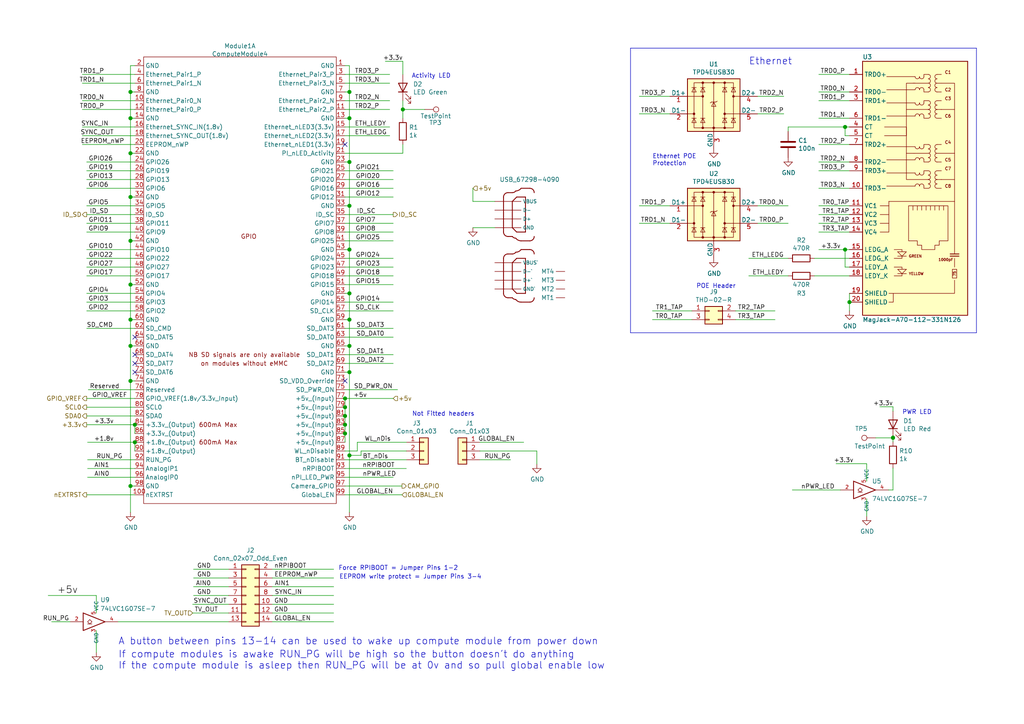
<source format=kicad_sch>
(kicad_sch (version 20211123) (generator eeschema)
  (paper "A4")
  (title_block (title "Compute Module 4 IO Board - GPIO - Ethernet") (rev "1") (company "© 2020-2022 Raspberry Pi Ltd (formerly Raspberry Pi (Trading) Ltd.)") (comment 1 "www.raspberrypi.com"))
  (junction (at 37.846 92.71) (diameter 1.016))
  (junction (at 101.346 132.08) (diameter 1.016))
  (junction (at 101.346 59.69) (diameter 1.016))
  (junction (at 101.346 46.99) (diameter 1.016))
  (junction (at 101.346 72.39) (diameter 1.016))
  (junction (at 246.38 87.63) (diameter 1.016))
  (junction (at 101.346 26.67) (diameter 1.016))
  (junction (at 245.11 36.83) (diameter 1.016))
  (junction (at 100.076 125.73) (diameter 1.016))
  (junction (at 101.346 85.09) (diameter 1.016))
  (junction (at 37.846 69.85) (diameter 1.016))
  (junction (at 37.846 26.67) (diameter 1.016))
  (junction (at 100.076 120.65) (diameter 1.016))
  (junction (at 245.11 72.39) (diameter 1.016))
  (junction (at 37.846 100.33) (diameter 1.016))
  (junction (at 37.846 44.45) (diameter 1.016))
  (junction (at 39.116 123.19) (diameter 1.016))
  (junction (at 116.84 31.75) (diameter 1.016))
  (junction (at 101.346 107.95) (diameter 1.016))
  (junction (at 101.346 34.29) (diameter 1.016))
  (junction (at 259.0038 127) (diameter 1.016))
  (junction (at 259.0038 126.873))
  (junction (at 101.346 92.71) (diameter 1.016))
  (junction (at 100.076 115.57) (diameter 1.016))
  (junction (at 100.076 123.19) (diameter 1.016))
  (junction (at 101.346 100.33) (diameter 1.016))
  (junction (at 37.846 82.55) (diameter 1.016))
  (junction (at 39.116 128.27) (diameter 1.016))
  (junction (at 37.846 110.49) (diameter 1.016))
  (junction (at 37.846 34.29) (diameter 1.016))
  (junction (at 37.846 57.15) (diameter 1.016))
  (junction (at 37.846 140.97) (diameter 1.016))
  (junction (at 100.076 118.11) (diameter 1.016))
  (no_connect (at 100.076 110.49))
  (no_connect (at 39.116 97.79))
  (no_connect (at 100.076 41.91))
  (no_connect (at 39.116 107.95))
  (no_connect (at 39.116 105.41))
  (no_connect (at 39.116 102.87))
  (wire (pts (xy 25.146 118.11) (xy 39.116 118.11)))
  (wire (pts (xy 23.876 36.83) (xy 39.116 36.83)))
  (wire (pts (xy 37.846 57.15) (xy 39.116 57.15)))
  (wire (pts (xy 78.994 175.26) (xy 96.774 175.26)))
  (wire (pts (xy 100.076 44.45) (xy 116.84 44.45)))
  (wire (pts (xy 237.49 21.59) (xy 246.38 21.59)))
  (wire (pts (xy 78.994 170.18) (xy 96.774 170.18)))
  (wire (pts (xy 56.134 167.64) (xy 66.294 167.64)))
  (wire (pts (xy 101.346 132.08) (xy 101.346 148.59)))
  (wire (pts (xy 100.076 21.59) (xy 113.03 21.59)))
  (wire (pts (xy 237.49 34.29) (xy 246.38 34.29)))
  (wire (pts (xy 245.11 72.39) (xy 246.38 72.39)))
  (wire (pts (xy 101.346 46.99) (xy 101.346 59.69)))
  (wire (pts (xy 37.846 44.45) (xy 37.846 57.15)))
  (polyline (pts (xy 283.21 13.97) (xy 283.21 96.52)) (stroke (width 0) (type solid)))
  (wire (pts (xy 100.076 85.09) (xy 101.346 85.09)))
  (wire (pts (xy 56.134 170.18) (xy 66.294 170.18)))
  (wire (pts (xy 25.146 90.17) (xy 39.116 90.17)))
  (wire (pts (xy 251.3838 134.493) (xy 242.4938 134.493)))
  (wire (pts (xy 27.94 172.72) (xy 27.94 177.8)))
  (wire (pts (xy 25.4 138.43) (xy 39.116 138.43)))
  (wire (pts (xy 100.076 80.01) (xy 114.046 80.01)))
  (wire (pts (xy 228.6 38.1) (xy 228.6 36.83)))
  (wire (pts (xy 103.632 128.27) (xy 117.856 128.27)))
  (wire (pts (xy 100.076 34.29) (xy 101.346 34.29)))
  (wire (pts (xy 139.192 133.35) (xy 148.082 133.35)))
  (wire (pts (xy 25.146 115.57) (xy 39.116 115.57)))
  (wire (pts (xy 100.076 52.07) (xy 114.046 52.07)))
  (wire (pts (xy 101.346 85.09) (xy 101.346 92.71)))
  (wire (pts (xy 37.846 19.05) (xy 37.846 26.67)))
  (wire (pts (xy 100.076 36.83) (xy 113.03 36.83)))
  (wire (pts (xy 25.146 59.69) (xy 39.116 59.69)))
  (wire (pts (xy 100.076 87.63) (xy 114.046 87.63)))
  (wire (pts (xy 56.134 172.72) (xy 66.294 172.72)))
  (wire (pts (xy 100.076 133.35) (xy 117.856 133.35)))
  (wire (pts (xy 78.994 172.72) (xy 96.774 172.72)))
  (wire (pts (xy 37.846 69.85) (xy 39.116 69.85)))
  (wire (pts (xy 100.076 19.05) (xy 101.346 19.05)))
  (wire (pts (xy 25.4 133.35) (xy 39.116 133.35)))
  (wire (pts (xy 100.076 67.31) (xy 114.046 67.31)))
  (wire (pts (xy 100.076 107.95) (xy 101.346 107.95)))
  (wire (pts (xy 236.22 74.93) (xy 246.38 74.93)))
  (wire (pts (xy 23.876 39.37) (xy 39.116 39.37)))
  (wire (pts (xy 237.49 59.69) (xy 246.38 59.69)))
  (wire (pts (xy 100.076 140.97) (xy 116.586 140.97)))
  (wire (pts (xy 100.076 46.99) (xy 101.346 46.99)))
  (wire (pts (xy 100.076 138.43) (xy 114.046 138.43)))
  (wire (pts (xy 101.346 132.08) (xy 104.7242 132.08)))
  (wire (pts (xy 100.076 26.67) (xy 101.346 26.67)))
  (wire (pts (xy 236.22 80.01) (xy 246.38 80.01)))
  (wire (pts (xy 100.076 24.13) (xy 113.03 24.13)))
  (wire (pts (xy 39.116 19.05) (xy 37.846 19.05)))
  (wire (pts (xy 259.0038 117.983) (xy 255.1938 117.983)))
  (wire (pts (xy 25.4 128.27) (xy 39.116 128.27)))
  (wire (pts (xy 100.076 120.65) (xy 100.076 123.19)))
  (wire (pts (xy 34.29 180.34) (xy 66.294 180.34)))
  (wire (pts (xy 100.076 82.55) (xy 114.046 82.55)))
  (wire (pts (xy 39.116 128.27) (xy 39.37 128.27)))
  (wire (pts (xy 39.116 140.97) (xy 37.846 140.97)))
  (wire (pts (xy 25.146 46.99) (xy 39.116 46.99)))
  (wire (pts (xy 25.146 120.65) (xy 39.116 120.65)))
  (wire (pts (xy 213.36 90.17) (xy 224.79 90.17)))
  (wire (pts (xy 13.97 172.72) (xy 27.94 172.72)))
  (wire (pts (xy 194.31 64.77) (xy 185.42 64.77)))
  (wire (pts (xy 213.36 92.71) (xy 224.79 92.71)))
  (wire (pts (xy 100.076 115.57) (xy 114.046 115.57)))
  (wire (pts (xy 78.994 180.34) (xy 96.774 180.34)))
  (wire (pts (xy 101.346 92.71) (xy 101.346 100.33)))
  (wire (pts (xy 37.846 82.55) (xy 39.116 82.55)))
  (wire (pts (xy 100.076 62.23) (xy 114.046 62.23)))
  (wire (pts (xy 101.346 72.39) (xy 101.346 85.09)))
  (wire (pts (xy 25.146 54.61) (xy 39.116 54.61)))
  (wire (pts (xy 100.076 69.85) (xy 114.046 69.85)))
  (wire (pts (xy 259.0038 119.253) (xy 259.0038 117.983)))
  (wire (pts (xy 237.49 67.31) (xy 246.38 67.31)))
  (wire (pts (xy 37.846 92.71) (xy 39.116 92.71)))
  (wire (pts (xy 56.134 165.1) (xy 66.294 165.1)))
  (wire (pts (xy 100.076 77.47) (xy 114.046 77.47)))
  (wire (pts (xy 37.846 110.49) (xy 37.846 140.97)))
  (wire (pts (xy 237.49 62.23) (xy 246.38 62.23)))
  (wire (pts (xy 245.11 77.47) (xy 245.11 72.39)))
  (wire (pts (xy 246.38 85.09) (xy 246.38 87.63)))
  (wire (pts (xy 100.076 125.73) (xy 100.076 128.27)))
  (wire (pts (xy 25.146 62.23) (xy 39.116 62.23)))
  (wire (pts (xy 114.046 90.17) (xy 100.076 90.17)))
  (wire (pts (xy 100.076 59.69) (xy 101.346 59.69)))
  (wire (pts (xy 237.49 64.77) (xy 246.38 64.77)))
  (wire (pts (xy 25.146 52.07) (xy 39.116 52.07)))
  (wire (pts (xy 139.192 130.81) (xy 155.702 130.81)))
  (wire (pts (xy 100.076 118.11) (xy 100.076 120.65)))
  (wire (pts (xy 25.146 95.25) (xy 39.116 95.25)))
  (wire (pts (xy 25.4 135.89) (xy 39.116 135.89)))
  (wire (pts (xy 251.3838 144.653) (xy 251.3838 149.733)))
  (wire (pts (xy 259.0038 135.763) (xy 259.0038 142.113)))
  (wire (pts (xy 100.076 29.21) (xy 113.03 29.21)))
  (wire (pts (xy 100.076 123.19) (xy 100.076 125.73)))
  (wire (pts (xy 23.876 41.91) (xy 39.116 41.91)))
  (wire (pts (xy 143.51 58.42) (xy 137.16 58.42)))
  (wire (pts (xy 23.876 21.59) (xy 39.116 21.59)))
  (wire (pts (xy 237.49 26.67) (xy 246.38 26.67)))
  (wire (pts (xy 100.076 31.75) (xy 113.03 31.75)))
  (wire (pts (xy 259.0038 126.873) (xy 259.0038 127)))
  (wire (pts (xy 237.49 72.39) (xy 245.11 72.39)))
  (wire (pts (xy 25.146 85.09) (xy 39.116 85.09)))
  (wire (pts (xy 25.146 49.53) (xy 39.116 49.53)))
  (wire (pts (xy 219.71 59.69) (xy 228.6 59.69)))
  (wire (pts (xy 78.994 167.64) (xy 96.774 167.64)))
  (wire (pts (xy 100.076 39.37) (xy 113.03 39.37)))
  (wire (pts (xy 228.6 36.83) (xy 245.11 36.83)))
  (wire (pts (xy 55.88 177.8) (xy 66.294 177.8)))
  (wire (pts (xy 37.846 100.33) (xy 39.116 100.33)))
  (wire (pts (xy 259.0038 142.113) (xy 257.7338 142.113)))
  (wire (pts (xy 185.42 27.94) (xy 194.31 27.94)))
  (wire (pts (xy 25.146 143.51) (xy 39.116 143.51)))
  (wire (pts (xy 100.076 113.03) (xy 115.316 113.03)))
  (wire (pts (xy 78.994 165.1) (xy 96.774 165.1)))
  (wire (pts (xy 100.076 64.77) (xy 114.046 64.77)))
  (wire (pts (xy 100.076 49.53) (xy 114.046 49.53)))
  (wire (pts (xy 101.346 26.67) (xy 101.346 34.29)))
  (polyline (pts (xy 283.21 96.52) (xy 182.88 96.52)) (stroke (width 0) (type solid)))
  (wire (pts (xy 139.192 128.27) (xy 151.892 128.27)))
  (wire (pts (xy 25.146 67.31) (xy 39.116 67.31)))
  (wire (pts (xy 39.116 125.73) (xy 39.116 123.19)))
  (wire (pts (xy 78.994 177.8) (xy 96.774 177.8)))
  (wire (pts (xy 237.49 41.91) (xy 246.38 41.91)))
  (wire (pts (xy 251.3838 139.573) (xy 251.3838 134.493)))
  (wire (pts (xy 116.84 31.75) (xy 116.84 29.21)))
  (wire (pts (xy 25.146 64.77) (xy 39.116 64.77)))
  (wire (pts (xy 25.146 80.01) (xy 39.116 80.01)))
  (wire (pts (xy 217.17 80.01) (xy 228.6 80.01)))
  (wire (pts (xy 254 127) (xy 259.0038 127)))
  (wire (pts (xy 100.076 74.93) (xy 114.046 74.93)))
  (wire (pts (xy 39.116 130.81) (xy 39.116 128.27)))
  (wire (pts (xy 101.346 59.69) (xy 101.346 72.39)))
  (wire (pts (xy 259.0038 127) (xy 259.0038 128.143)))
  (wire (pts (xy 116.84 21.59) (xy 116.84 17.78)))
  (wire (pts (xy 219.71 33.02) (xy 227.33 33.02)))
  (wire (pts (xy 100.076 100.33) (xy 101.346 100.33)))
  (wire (pts (xy 100.076 143.51) (xy 116.586 143.51)))
  (wire (pts (xy 37.846 110.49) (xy 39.116 110.49)))
  (wire (pts (xy 37.846 44.45) (xy 39.116 44.45)))
  (polyline (pts (xy 182.88 96.52) (xy 182.88 13.97)) (stroke (width 0) (type solid)))
  (wire (pts (xy 100.076 115.57) (xy 100.076 118.11)))
  (wire (pts (xy 219.71 27.94) (xy 227.33 27.94)))
  (wire (pts (xy 104.7242 132.08) (xy 104.7242 130.81)))
  (wire (pts (xy 217.17 74.93) (xy 228.6 74.93)))
  (wire (pts (xy 39.116 34.29) (xy 37.846 34.29)))
  (wire (pts (xy 101.346 34.29) (xy 101.346 46.99)))
  (wire (pts (xy 55.88 175.26) (xy 66.294 175.26)))
  (wire (pts (xy 23.876 29.21) (xy 39.116 29.21)))
  (wire (pts (xy 185.42 33.02) (xy 194.31 33.02)))
  (wire (pts (xy 100.076 130.81) (xy 103.632 130.81)))
  (wire (pts (xy 37.846 34.29) (xy 37.846 44.45)))
  (wire (pts (xy 25.146 74.93) (xy 39.116 74.93)))
  (wire (pts (xy 114.046 102.87) (xy 100.076 102.87)))
  (wire (pts (xy 25.146 77.47) (xy 39.116 77.47)))
  (wire (pts (xy 100.076 57.15) (xy 114.046 57.15)))
  (wire (pts (xy 100.076 92.71) (xy 101.346 92.71)))
  (wire (pts (xy 39.116 26.67) (xy 37.846 26.67)))
  (wire (pts (xy 27.94 182.88) (xy 27.94 189.23)))
  (wire (pts (xy 37.846 82.55) (xy 37.846 92.71)))
  (wire (pts (xy 246.38 87.63) (xy 246.38 90.17)))
  (wire (pts (xy 25.6032 113.03) (xy 39.116 113.03)))
  (wire (pts (xy 137.16 54.61) (xy 137.16 58.42)))
  (wire (pts (xy 111.76 17.78) (xy 116.84 17.78)))
  (wire (pts (xy 37.846 92.71) (xy 37.846 100.33)))
  (wire (pts (xy 246.38 77.47) (xy 245.11 77.47)))
  (wire (pts (xy 37.846 100.33) (xy 37.846 110.49)))
  (wire (pts (xy 101.346 19.05) (xy 101.346 26.67)))
  (wire (pts (xy 37.846 140.97) (xy 37.846 148.59)))
  (wire (pts (xy 25.146 123.19) (xy 39.116 123.19)))
  (wire (pts (xy 237.49 54.61) (xy 246.38 54.61)))
  (wire (pts (xy 137.16 66.04) (xy 143.51 66.04)))
  (wire (pts (xy 185.42 59.69) (xy 194.31 59.69)))
  (wire (pts (xy 246.38 39.37) (xy 245.11 39.37)))
  (wire (pts (xy 229.7938 142.113) (xy 243.7638 142.113)))
  (wire (pts (xy 103.632 130.81) (xy 103.632 128.27)))
  (wire (pts (xy 245.11 39.37) (xy 245.11 36.83)))
  (wire (pts (xy 37.846 57.15) (xy 37.846 69.85)))
  (wire (pts (xy 100.076 97.79) (xy 114.046 97.79)))
  (wire (pts (xy 101.346 100.33) (xy 101.346 107.95)))
  (wire (pts (xy 155.702 130.81) (xy 155.702 134.62)))
  (wire (pts (xy 100.076 105.41) (xy 114.046 105.41)))
  (wire (pts (xy 23.876 24.13) (xy 39.116 24.13)))
  (wire (pts (xy 25.146 87.63) (xy 39.116 87.63)))
  (wire (pts (xy 114.046 95.25) (xy 100.076 95.25)))
  (wire (pts (xy 14.986 180.34) (xy 20.32 180.34)))
  (wire (pts (xy 189.23 90.17) (xy 200.66 90.17)))
  (wire (pts (xy 237.49 49.53) (xy 246.38 49.53)))
  (wire (pts (xy 100.076 135.89) (xy 117.856 135.89)))
  (wire (pts (xy 246.38 36.83) (xy 245.11 36.83)))
  (wire (pts (xy 123.19 31.75) (xy 116.84 31.75)))
  (wire (pts (xy 116.84 34.29) (xy 116.84 31.75)))
  (wire (pts (xy 100.076 54.61) (xy 114.046 54.61)))
  (wire (pts (xy 25.146 72.39) (xy 39.116 72.39)))
  (wire (pts (xy 116.84 44.45) (xy 116.84 41.91)))
  (wire (pts (xy 101.346 107.95) (xy 101.346 132.08)))
  (wire (pts (xy 237.49 46.99) (xy 246.38 46.99)))
  (wire (pts (xy 219.71 64.77) (xy 228.6 64.77)))
  (wire (pts (xy 189.23 92.71) (xy 200.66 92.71)))
  (wire (pts (xy 104.7242 130.81) (xy 117.856 130.81)))
  (wire (pts (xy 23.876 31.75) (xy 39.116 31.75)))
  (wire (pts (xy 37.846 69.85) (xy 37.846 82.55)))
  (wire (pts (xy 100.076 72.39) (xy 101.346 72.39)))
  (polyline (pts (xy 182.88 13.97) (xy 283.21 13.97)) (stroke (width 0) (type solid)))
  (wire (pts (xy 237.49 29.21) (xy 246.38 29.21)))
  (wire (pts (xy 37.846 26.67) (xy 37.846 34.29)))
  (text "PWR LED" (at 261.6708 120.396 0) (effects (font (size 1.27 1.27)) (justify left bottom)))
  (text "Ethernet POE\nProtection" (at 189.23 48.26 0) (effects (font (size 1.27 1.27)) (justify left bottom)))
  (text "Ethernet" (at 217.17 19.05 0) (effects (font (size 2.0066 2.0066)) (justify left bottom)))
  (text "Activity LED" (at 119.38 22.86 0) (effects (font (size 1.27 1.27)) (justify left bottom)))
  (text "EEPROM write protect = Jumper Pins 3-4\n\n" (at 139.7 170.18 180) (effects (font (size 1.27 1.27)) (justify right bottom)))
  (text "Not Fitted headers" (at 137.668 120.904 180) (effects (font (size 1.27 1.27)) (justify right bottom)))
  (text "A button between pins 13-14 can be used to wake up compute module from power down\n\n" (at 34.29 190.5 0) (effects (font (size 2.007 2.007)) (justify left bottom)))
  (text "If compute modules is awake RUN_PG will be high so the button doesn't do anything\nIf the compute module is asleep then RUN_PG will be at 0v and so pull global enable low" (at 34.29 194.31 0) (effects (font (size 2.007 2.007)) (justify left bottom)))
  (text "Force RPIBOOT = Jumper Pins 1-2 \n" (at 133.858 165.608 180) (effects (font (size 1.27 1.27)) (justify right bottom)))
  (text "POE Header" (at 201.93 83.82 0) (effects (font (size 1.27 1.27)) (justify left bottom)))
  (label "TRD1_N" (at 193.04 64.77 180))
  (label "TRD2_P" (at 245.11 41.91 180))
  (label "GPIO12" (at 110.236 57.15 180))
  (label "TRD2_N" (at 245.11 46.99 180))
  (label "GPIO23" (at 110.236 77.47 180))
  (label "TR2_TAP" (at 246.38 64.77 180))
  (label "SD_PWR_ON" (at 102.616 113.03 0))
  (label "ID_SC" (at 108.966 62.23 180))
  (label "TRD1_P" (at 245.11 29.21 180))
  (label "GPIO14" (at 110.236 87.63 180))
  (label "TRD1_P" (at 30.226 21.59 180))
  (label "Reserved" (at 34.671 113.03 180))
  (label "SD_DAT3" (at 111.506 95.25 180))
  (label "TR0_TAP" (at 198.0184 92.71 180))
  (label "nPWR_LED" (at 105.156 138.43 0))
  (label "GND" (at 83.566 175.26 180))
  (label "+5v" (at 16.51 172.72 0) (effects (font (size 2.0066 2.0066))))
  (label "SD_DAT0" (at 111.506 97.79 180))
  (label "GPIO20" (at 110.236 52.07 180))
  (label "BT_nDis" (at 112.6236 133.35 180))
  (label "SD_DAT2" (at 111.506 105.41 180))
  (label "EEPROM_nWP" (at 36.068 41.91 180))
  (label "TRD0_N" (at 227.33 59.69 180))
  (label "GPIO8" (at 108.966 67.31 180))
  (label "AIN0" (at 61.214 170.18 180))
  (label "GPIO26" (at 32.766 46.99 180))
  (label "SYNC_IN" (at 31.496 36.83 180))
  (label "TRD3_N" (at 193.04 33.02 180))
  (label "TR1_TAP" (at 198.12 90.17 180))
  (label "GPIO18" (at 110.236 80.01 180))
  (label "GPIO15" (at 110.236 82.55 180))
  (label "TRD2_P" (at 102.87 31.75 0))
  (label "GPIO25" (at 110.236 69.85 180))
  (label "nRPIBOOT" (at 114.5032 135.89 180))
  (label "GPIO_VREF" (at 26.67 115.57 0))
  (label "GPIO6" (at 31.496 54.61 180))
  (label "TRD3_N" (at 102.87 24.13 0))
  (label "TR0_TAP" (at 246.38 59.69 180))
  (label "TRD0_P" (at 227.33 64.77 180))
  (label "AIN1" (at 84.074 170.18 180))
  (label "GPIO13" (at 32.766 52.07 180))
  (label "TRD2_N" (at 227.33 27.94 180))
  (label "TRD0_P" (at 245.11 21.59 180))
  (label "TRD2_P" (at 227.33 33.02 180))
  (label "ETH_LEDG" (at 227.33 74.93 180))
  (label "+3.3v" (at 259.0038 117.983 180))
  (label "GPIO16" (at 110.236 54.61 180))
  (label "AIN1" (at 31.75 135.89 180))
  (label "TRD3_N" (at 245.11 54.61 180))
  (label "SYNC_IN" (at 87.63 172.72 180))
  (label "TRD0_N" (at 30.226 29.21 180))
  (label "SD_CMD" (at 32.766 95.25 180))
  (label "GND" (at 61.214 165.1 180))
  (label "RUN_PG" (at 148.082 133.35 180))
  (label "GPIO22" (at 32.766 74.93 180))
  (label "TRD1_N" (at 245.11 34.29 180))
  (label "GPIO19" (at 32.766 49.53 180))
  (label "GPIO4" (at 31.496 85.09 180))
  (label "TR2_TAP" (at 221.9198 90.17 180))
  (label "nPWR_LED" (at 232.3338 142.113 0))
  (label "GPIO5" (at 31.496 59.69 180))
  (label "+3.3v" (at 33.02 123.19 180))
  (label "+5v" (at 106.426 115.57 180))
  (label "SYNC_OUT" (at 33.02 39.37 180))
  (label "GND" (at 61.214 167.64 180))
  (label "EEPROM_nWP" (at 92.202 167.64 180))
  (label "SYNC_OUT" (at 65.786 175.26 180))
  (label "GLOBAL_EN" (at 114.046 143.51 180))
  (label "GPIO27" (at 32.766 77.47 180))
  (label "GLOBAL_EN" (at 90.17 180.34 180))
  (label "GLOBAL_EN" (at 149.352 128.27 180))
  (label "GPIO11" (at 32.766 64.77 180))
  (label "+1.8v" (at 33.02 128.27 180))
  (label "GND" (at 61.214 172.72 180))
  (label "TV_OUT" (at 63.246 177.8 180))
  (label "RUN_PG" (at 35.56 133.35 180))
  (label "TRD3_P" (at 245.11 49.53 180))
  (label "TRD3_P" (at 102.87 21.59 0))
  (label "GPIO7" (at 108.966 64.77 180))
  (label "SD_DAT1" (at 111.506 102.87 180))
  (label "TRD1_N" (at 30.226 24.13 180))
  (label "ETH_LEDG" (at 102.87 39.37 0))
  (label "TR1_TAP" (at 246.38 62.23 180))
  (label "+3.3v" (at 116.84 17.78 180))
  (label "ETH_LEDY" (at 102.87 36.83 0))
  (label "+3.3v" (at 243.84 72.39 180))
  (label "GND" (at 83.566 177.8 180))
  (label "GPIO3" (at 31.496 87.63 180))
  (label "GPIO17" (at 32.766 80.01 180))
  (label "GPIO2" (at 31.496 90.17 180))
  (label "WL_nDis" (at 113.411 128.27 180))
  (label "ID_SD" (at 31.496 62.23 180))
  (label "TRD2_N" (at 102.87 29.21 0))
  (label "GPIO9" (at 31.496 67.31 180))
  (label "TR3_TAP" (at 221.8944 92.71 180))
  (label "nRPIBOOT" (at 88.9 165.1 180))
  (label "+3.3v" (at 247.5738 134.493 180))
  (label "TRD3_P" (at 193.04 27.94 180))
  (label "SD_CLK" (at 110.236 90.17 180))
  (label "GPIO24" (at 110.236 74.93 180))
  (label "RUN_PG" (at 20.066 180.34 180))
  (label "TRD1_P" (at 193.04 59.69 180))
  (label "TRD0_N" (at 245.11 26.67 180))
  (label "GPIO10" (at 32.766 72.39 180))
  (label "GPIO21" (at 110.236 49.53 180))
  (label "TRD0_P" (at 30.226 31.75 180))
  (label "ETH_LEDY" (at 227.33 80.01 180))
  (label "AIN0" (at 31.75 138.43 180))
  (label "TR3_TAP" (at 246.38 67.31 180))
  (hierarchical_label "+5v" (shape input) (at 114.046 115.57 0))
  (hierarchical_label "GLOBAL_EN" (shape input) (at 116.586 143.51 0))
  (hierarchical_label "ID_SC" (shape output) (at 114.046 62.23 0))
  (hierarchical_label "+5v" (shape input) (at 137.16 54.61 0))
  (hierarchical_label "TV_OUT" (shape input) (at 55.88 177.8 180))
  (hierarchical_label "SCL0" (shape output) (at 25.146 118.11 180))
  (hierarchical_label "ID_SD" (shape output) (at 25.146 62.23 180))
  (hierarchical_label "GPIO_VREF" (shape output) (at 25.146 115.57 180))
  (hierarchical_label "SDA0" (shape output) (at 25.146 120.65 180))
  (hierarchical_label "CAM_GPIO" (shape output) (at 116.586 140.97 0))
  (hierarchical_label "nEXTRST" (shape output) (at 25.146 143.51 180))
  (hierarchical_label "+3.3v" (shape output) (at 25.146 123.19 180))
  (symbol (lib_id "CM4IO:74LVC1G07_copy") (at 251.3838 142.113 0) (unit 1)
    (property "Reference" "U5" (at 252.9078 139.573 0) (effects (justify left)))
    (property "Value" "74LVC1G07SE-7" (at 252.9078 144.653 0) (effects (justify left)))
    (property "Footprint" "Package_TO_SOT_SMD:SOT-353_SC-70-5" (effects hide))
    (property "Datasheet" "https://www.diodes.com/assets/Datasheets/74LVC1G07.pdf" (effects hide))
    (property "Field4" "Farnell" (effects hide))
    (property "Field5" "2425492" (effects hide))
    (property "Field6" "74LVC1G07SE-7" (effects hide))
    (property "Field7" "Diodes" (effects hide))
    (property "Part Description" "Buffer, Non-Inverting 1 Element 1 Bit per Element Open Drain Output SOT-353" (effects hide))
  )
  (symbol (lib_id "CM4IO:74LVC1G07_copy") (at 27.94 180.34 0) (unit 1)
    (property "Reference" "U9" (at 30.48 173.99 0))
    (property "Value" "74LVC1G07SE-7" (at 37.084 176.53 0))
    (property "Footprint" "Package_TO_SOT_SMD:SOT-353_SC-70-5" (effects hide))
    (property "Datasheet" "https://www.diodes.com/assets/Datasheets/74LVC1G07.pdf" (effects hide))
    (property "Field4" "Farnell" (effects hide))
    (property "Field5" "2425492" (effects hide))
    (property "Field6" "74LVC1G07SE-7" (effects hide))
    (property "Field7" "Diodes" (effects hide))
    (property "Part Description" "Buffer, Non-Inverting 1 Element 1 Bit per Element Open Drain Output SOT-353" (effects hide))
  )
  (symbol (lib_id "power:GND") (at 27.94 189.23 0) (unit 1)
    (property "Reference" "#PWR027" (effects hide))
    (property "Value" "GND" (at 28.067 193.6242 0))
  )
  (symbol (lib_id "CM4IO:ComputeModule4-CM4") (at 72.136 74.93 0) (unit 1)
    (property "Reference" "Module1" (at 69.596 13.335 0))
    (property "Value" "ComputeModule4" (at 69.596 15.6464 0))
    (property "Footprint" "CM4IO:Raspberry-Pi-4-Compute-Module" (effects hide))
    (property "Field4" "Hirose" (effects hide))
    (property "Field5" "2off DF40C-100DS-0.4V" (effects hide))
    (property "Field6" "2off DF40C-100DS-0.4V" (effects hide))
    (property "Field7" "Hirose" (effects hide))
    (property "Part Description" "	100 Position Connector Receptacle, Center Strip Contacts Surface Mount Gold" (effects hide))
  )
  (symbol (lib_id "CM4IO:MagJack-A70-112-331N126") (at 267.97 92.71 0) (unit 1)
    (property "Reference" "U3" (at 250.19 16.51 0) (effects (justify left)))
    (property "Value" "MagJack-A70-112-331N126" (at 250.19 92.71 0) (effects (justify left)))
    (property "Footprint" "CM4IO:TRJG0926HENL" (effects hide))
    (property "Datasheet" "https://p.globalsources.com/IMAGES/PDT/SPEC/690/K1160305690.pdf" (effects hide))
    (property "Field6" "TRJG0926HENL" (effects hide))
    (property "Field7" "Trxcon" (effects hide))
    (property "Field8" "UCON00900" (effects hide))
    (property "Part Description" "Gigabit Ethernet Magjack" (effects hide))
  )
  (symbol (lib_id "Device:C") (at 228.6 41.91 0) (unit 1)
    (property "Reference" "C1" (at 231.521 40.7416 0) (effects (justify left)))
    (property "Value" "100n" (at 231.521 43.053 0) (effects (justify left)))
    (property "Footprint" "Capacitor_SMD:C_0402_1005Metric" (effects hide))
    (property "Datasheet" "https://search.murata.co.jp/Ceramy/image/img/A01X/G101/ENG/GRM155R71C104KA88-01.pdf" (effects hide))
    (property "Field4" "Farnell" (effects hide))
    (property "Field5" "2611911" (effects hide))
    (property "Field6" "RM EMK105 B7104KV-F" (effects hide))
    (property "Field7" "TAIYO YUDEN EUROPE GMBH" (effects hide))
    (property "Part Description" "	0.1uF 10% 16V Ceramic Capacitor X7R 0402 (1005 Metric)" (effects hide))
    (property "Field8" "110091611" (effects hide))
  )
  (symbol (lib_id "power:GND") (at 228.6 45.72 0) (unit 1)
    (property "Reference" "#PWR0101" (effects hide))
    (property "Value" "GND" (at 228.727 50.1142 0))
  )
  (symbol (lib_id "Connector_Generic:Conn_02x02_Odd_Even") (at 205.74 90.17 0) (unit 1)
    (property "Reference" "J9" (at 207.01 84.6582 0))
    (property "Value" "THD-02-R" (at 207.01 86.9696 0))
    (property "Footprint" "Connector_PinHeader_2.54mm:PinHeader_2x02_P2.54mm_Vertical" (effects hide))
    (property "Datasheet" "https://www.toby.co.uk/uploads/publications/1673.pdf" (effects hide))
    (property "Field4" "Toby" (effects hide))
    (property "Field5" "THD-02-R" (effects hide))
    (property "Field6" "151-604-425-761" (effects hide))
    (property "Field7" "EDAC" (effects hide))
    (property "Field8" "UCON00791" (effects hide))
    (property "Part Description" "PinHeader_2x02_P2.54mm_Vertical" (effects hide))
  )
  (symbol (lib_id "Device:R") (at 232.41 74.93 270) (unit 1)
    (property "Reference" "R2" (at 232.41 69.6722 90))
    (property "Value" "470R" (at 232.41 71.9836 90))
    (property "Footprint" "Resistor_SMD:R_0402_1005Metric" (effects hide))
    (property "Datasheet" "https://fscdn.rohm.com/en/products/databook/datasheet/passive/resistor/chip_resistor/mcr-e.pdf" (effects hide))
    (property "Field4" "Farnell" (effects hide))
    (property "Field5" "9239197" (effects hide))
    (property "Field7" "KOA EUROPE GMBH" (effects hide))
    (property "Field6" "RK73G1ETQTP4700D         " (effects hide))
    (property "Field8" "120887981" (effects hide))
    (property "Part Description" "Resistor 470R M1005 1% 63mW" (effects hide))
  )
  (symbol (lib_id "Device:R") (at 232.41 80.01 270) (unit 1)
    (property "Reference" "R3" (at 232.41 85.09 90))
    (property "Value" "470R" (at 232.41 82.55 90))
    (property "Footprint" "Resistor_SMD:R_0402_1005Metric" (effects hide))
    (property "Datasheet" "https://fscdn.rohm.com/en/products/databook/datasheet/passive/resistor/chip_resistor/mcr-e.pdf" (effects hide))
    (property "Field4" "Farnell" (effects hide))
    (property "Field5" "9239197" (effects hide))
    (property "Field7" "KOA EUROPE GMBH" (effects hide))
    (property "Field6" "RK73G1ETQTP4700D         " (effects hide))
    (property "Field8" "120887981" (effects hide))
    (property "Part Description" "Resistor 470R M1005 1% 63mW" (effects hide))
  )
  (symbol (lib_id "power:GND") (at 37.846 148.59 0) (unit 1)
    (property "Reference" "#PWR0104" (effects hide))
    (property "Value" "GND" (at 37.973 152.9842 0))
  )
  (symbol (lib_id "power:GND") (at 101.346 148.59 0) (unit 1)
    (property "Reference" "#PWR0105" (effects hide))
    (property "Value" "GND" (at 101.473 152.9842 0))
  )
  (symbol (lib_id "Device:LED") (at 116.84 25.4 90) (unit 1)
    (property "Reference" "D2" (at 119.8118 24.4094 90) (effects (justify right)))
    (property "Value" "LED Green" (at 119.8118 26.7208 90) (effects (justify right)))
    (property "Footprint" "LED_SMD:LED_0603_1608Metric" (effects hide))
    (property "Datasheet" "http://optoelectronics.liteon.com/upload/download/DS22-2000-226/LTST-S270KGKT.pdf" (effects hide))
    (property "Field4" "Digikey " (effects hide))
    (property "Field5" "LTST-S270KGKT" (effects hide))
    (property "Field6" "SML-A12M8TT86N" (effects hide))
    (property "Field7" "Rohm" (effects hide))
    (property "Field8" "650263301" (effects hide))
    (property "Part Description" "	Green 572nm LED Indication - Discrete 2.2V 2-SMD, No Lead" (effects hide))
  )
  (symbol (lib_id "Device:R") (at 116.84 38.1 0) (unit 1)
    (property "Reference" "R1" (at 118.618 36.9316 0) (effects (justify left)))
    (property "Value" "1k" (at 118.618 39.243 0) (effects (justify left)))
    (property "Footprint" "Resistor_SMD:R_0402_1005Metric" (effects hide))
    (property "Datasheet" "https://fscdn.rohm.com/en/products/databook/datasheet/passive/resistor/chip_resistor/mcr-e.pdf" (effects hide))
    (property "Field4" "Farnell" (effects hide))
    (property "Field5" "9239235" (effects hide))
    (property "Field7" "KOA EUROPE GMBH" (effects hide))
    (property "Field6" "RK73H1ETTP1001F" (effects hide))
    (property "Part Description" "Resistor 1K M1005 1% 63mW" (effects hide))
    (property "Field8" "125049511" (effects hide))
  )
  (symbol (lib_id "power:GND") (at 251.3838 149.733 0) (unit 1)
    (property "Reference" "#PWR05" (effects hide))
    (property "Value" "GND" (at 251.5108 154.1272 0))
  )
  (symbol (lib_id "Device:LED") (at 259.0038 123.063 90) (unit 1)
    (property "Reference" "D1" (at 261.9756 122.0724 90) (effects (justify right)))
    (property "Value" "LED Red" (at 261.9756 124.3838 90) (effects (justify right)))
    (property "Footprint" "LED_SMD:LED_0603_1608Metric" (effects hide))
    (property "Datasheet" "http://optoelectronics.liteon.com/upload/download/DS22-2000-210/LTST-S270KRKT.pdf" (effects hide))
    (property "Field4" "Digikey " (effects hide))
    (property "Field5" "	LTST-S270KRKT" (effects hide))
    (property "Field6" "SML-A12U8TT86Q" (effects hide))
    (property "Field7" "Rohm" (effects hide))
    (property "Field8" "650295101" (effects hide))
    (property "Part Description" "	Red 620nm LED Indication - Discrete 2.2V 2-SMD, No Lead" (effects hide))
  )
  (symbol (lib_id "Device:R") (at 259.0038 131.953 0) (unit 1)
    (property "Reference" "R10" (at 260.7818 130.7846 0) (effects (justify left)))
    (property "Value" "1k" (at 260.7818 133.096 0) (effects (justify left)))
    (property "Footprint" "Resistor_SMD:R_0402_1005Metric" (effects hide))
    (property "Datasheet" "https://fscdn.rohm.com/en/products/databook/datasheet/passive/resistor/chip_resistor/mcr-e.pdf" (effects hide))
    (property "Field4" "Farnell" (effects hide))
    (property "Field5" "9239235" (effects hide))
    (property "Field7" "KOA EUROPE GMBH" (effects hide))
    (property "Field6" "RK73H1ETTP1001F" (effects hide))
    (property "Part Description" "Resistor 1K M1005 1% 63mW" (effects hide))
    (property "Field8" "125049511" (effects hide))
  )
  (symbol (lib_id "Connector_Generic:Conn_01x03") (at 134.112 130.81 0) (mirror y) (unit 1)
    (property "Reference" "J1" (at 136.1948 122.7582 0))
    (property "Value" "Conn_01x03" (at 136.1948 125.0696 0))
    (property "Footprint" "Connector_PinHeader_2.54mm:PinHeader_1x03_P2.54mm_Vertical" (effects hide))
    (property "Field4" "nf" (effects hide))
    (property "Field5" "nf" (effects hide))
    (property "Field6" "nf" (effects hide))
    (property "Field7" "nf" (effects hide))
    (property "Part Description" "3pin 0.1\" connector" (effects hide))
  )
  (symbol (lib_id "CM4IO:TPD4EUSB30") (at 207.01 62.23 0) (unit 1)
    (property "Reference" "U2" (at 207.01 50.3682 0))
    (property "Value" "TPD4EUSB30" (at 207.01 52.6796 0))
    (property "Footprint" "Package_SON:USON-10_2.5x1.0mm_P0.5mm" (effects hide))
    (property "Datasheet" "http://www.ti.com/lit/ds/symlink/tpd2eusb30a.pdf" (effects hide))
    (property "Field4" "Farnell" (effects hide))
    (property "Field5" "2335455" (effects hide))
    (property "Field6" "CDDFN10-3324P-13" (effects hide))
    (property "Field7" "Bourns" (effects hide))
    (property "Field8" "UDIO00346" (effects hide))
    (property "Part Description" "Quad TVS diode for high speed signals (USB3, GigE etc.)" (effects hide))
  )
  (symbol (lib_id "power:GND") (at 155.702 134.62 0) (unit 1)
    (property "Reference" "#PWR0106" (effects hide))
    (property "Value" "GND" (at 155.829 139.0142 0))
  )
  (symbol (lib_id "Connector:TestPoint") (at 254 127 90) (unit 1)
    (property "Reference" "TP5" (at 251.6378 124.333 90) (effects (justify left)))
    (property "Value" "TestPoint" (at 256.7178 129.413 90) (effects (justify left)))
    (property "Footprint" "TestPoint:TestPoint_Pad_2.0x2.0mm" (effects hide))
    (property "Field4" "nf" (effects hide))
    (property "Field5" "nf" (effects hide))
    (property "Field6" "nf" (effects hide))
    (property "Field7" "nf" (effects hide))
  )
  (symbol (lib_id "Connector_Generic:Conn_02x07_Odd_Even") (at 71.374 172.72 0) (unit 1)
    (property "Reference" "J2" (at 72.644 159.6136 0))
    (property "Value" "Conn_02x07_Odd_Even" (at 72.644 161.925 0))
    (property "Footprint" "Connector_PinHeader_2.54mm:PinHeader_2x07_P2.54mm_Vertical" (effects hide))
    (property "Datasheet" "https://www.toby.co.uk/uploads/publications/1673.pdf" (effects hide))
    (property "Field4" "Toby" (effects hide))
    (property "Field5" "THD-07-R" (effects hide))
    (property "Field6" "THD-07-R" (effects hide))
    (property "Field7" "Toby" (effects hide))
    (property "Part Description" "PinHeader_2x07_P2.54mm_Vertical" (effects hide))
  )
  (symbol (lib_id "Connector_Generic:Conn_01x03") (at 122.936 130.81 0) (unit 1)
    (property "Reference" "J3" (at 120.8532 122.7582 0))
    (property "Value" "Conn_01x03" (at 120.8532 125.0696 0))
    (property "Footprint" "Connector_PinHeader_2.54mm:PinHeader_1x03_P2.54mm_Vertical" (effects hide))
    (property "Field4" "nf" (effects hide))
    (property "Field5" "nf" (effects hide))
    (property "Field6" "nf" (effects hide))
    (property "Field7" "nf" (effects hide))
    (property "Part Description" "3pin 0.1\" connector" (effects hide))
  )
  (symbol (lib_id "CM4IO:TPD4EUSB30") (at 207.01 30.48 0) (unit 1)
    (property "Reference" "U1" (at 207.01 18.6182 0))
    (property "Value" "TPD4EUSB30" (at 207.01 20.9296 0))
    (property "Footprint" "Package_SON:USON-10_2.5x1.0mm_P0.5mm" (effects hide))
    (property "Datasheet" "http://www.ti.com/lit/ds/symlink/tpd2eusb30a.pdf" (effects hide))
    (property "Field4" "Farnell" (effects hide))
    (property "Field5" "2335455" (effects hide))
    (property "Field6" "CDDFN10-3324P-13" (effects hide))
    (property "Field7" "Bourns" (effects hide))
    (property "Field8" "UDIO00346" (effects hide))
    (property "Part Description" "Quad TVS diode for high speed signals (USB3, GigE etc.)" (effects hide))
  )
  (symbol (lib_id "power:GND") (at 246.38 90.17 0) (unit 1)
    (property "Reference" "#PWR0109" (effects hide))
    (property "Value" "GND" (at 246.507 94.5642 0))
  )
  (symbol (lib_id "power:GND") (at 207.01 74.93 0) (unit 1)
    (property "Reference" "#PWR0110" (effects hide))
    (property "Value" "GND" (at 207.137 79.3242 0))
  )
  (symbol (lib_id "power:GND") (at 207.01 43.18 0) (unit 1)
    (property "Reference" "#PWR0111" (effects hide))
    (property "Value" "GND" (at 207.137 47.5742 0))
  )
  (symbol (lib_id "power:GND") (at 137.16 66.04 0) (unit 1)
    (property "Reference" "#PWR?" (effects hide))
    (property "Value" "GND" (at 137.287 70.4342 0))
  )
  (symbol (lib_id "Connector:TestPoint") (at 123.19 31.75 270) (unit 1)
    (property "Reference" "TP3" (at 124.46 35.56 90) (effects (justify left)))
    (property "Value" "TestPoint" (at 121.92 33.655 90) (effects (justify left)))
    (property "Footprint" "TestPoint:TestPoint_Pad_2.0x2.0mm" (effects hide))
    (property "Field4" "nf" (effects hide))
    (property "Field5" "nf" (effects hide))
    (property "Field6" "nf" (effects hide))
    (property "Field7" "nf" (effects hide))
  )
  (symbol (lib_id "CM4IO:USB_67298-4090") (at 151.13 73.66 0) (unit 1)
    (property "Reference" "J?" (effects hide))
    (property "Value" "USB_67298-4090" (at 153.6065 52.07 0))
    (property "Footprint" "CM4IO:MOLEX_USB_67298-4090" (effects hide))
    (property "Datasheet" "Conn USB Type A RCP 4/4 POS Solder RA Thru-Hole 8 Terminal 2 Port Tray" (effects hide))
    (property "Field4" "Farnell" (effects hide))
    (property "Field5" "2751688" (effects hide))
    (property "Field6" "None" (effects hide))
    (property "Field7" "Molex" (effects hide))
    (property "Field8" "None" (effects hide))
  )
)
</source>
